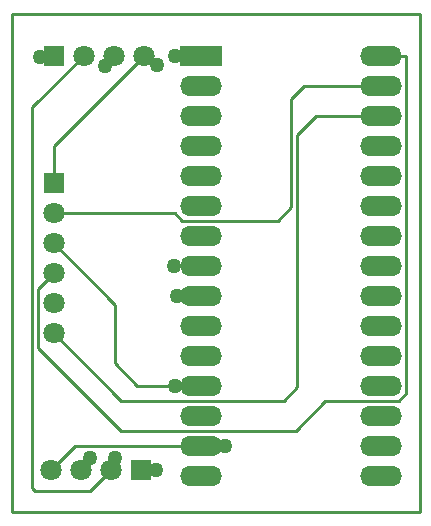
<source format=gbl>
%FSLAX25Y25*%
%MOIN*%
G70*
G01*
G75*
G04 Layer_Physical_Order=2*
G04 Layer_Color=16711680*
%ADD10C,0.01000*%
%ADD11R,0.07087X0.07087*%
%ADD12C,0.07087*%
%ADD13O,0.14000X0.06800*%
%ADD14R,0.14000X0.06800*%
%ADD15R,0.07087X0.07087*%
%ADD16C,0.05000*%
D10*
X383900Y180500D02*
X405000D01*
X465000Y290500D02*
X473500D01*
X356000Y260500D02*
X386000Y290500D01*
X356000Y248000D02*
Y260500D01*
X376400Y188000D02*
X383900Y180500D01*
X376400Y188000D02*
Y207600D01*
X356000Y228000D02*
X376400Y207600D01*
X473500Y178000D02*
Y290500D01*
X471000Y175500D02*
X473500Y178000D01*
X446500Y175500D02*
X471000D01*
X436600Y165600D02*
X446500Y175500D01*
X378300Y165600D02*
X436600D01*
X350900Y193000D02*
X378300Y165600D01*
X350900Y193000D02*
Y212900D01*
X356000Y218000D01*
X368000Y145500D02*
X375000Y152500D01*
X349900Y145500D02*
X368000D01*
X348900Y146500D02*
X349900Y145500D01*
X348900Y146500D02*
Y273400D01*
X366000Y290500D01*
X443500Y270500D02*
X465000D01*
X437000Y264000D02*
X443500Y270500D01*
X437000Y180000D02*
Y264000D01*
X432600Y175600D02*
X437000Y180000D01*
X378400Y175600D02*
X432600D01*
X356000Y198000D02*
X378400Y175600D01*
X439500Y280500D02*
X465000D01*
X435000Y276000D02*
X439500Y280500D01*
X435000Y240000D02*
Y276000D01*
X430600Y235600D02*
X435000Y240000D01*
X398900Y235600D02*
X430600D01*
X396500Y238000D02*
X398900Y235600D01*
X356000Y238000D02*
X396500D01*
X363000Y160500D02*
X405000D01*
X355000Y152500D02*
X363000Y160500D01*
X342000Y138500D02*
X478000D01*
Y304500D01*
X342000D02*
X478000D01*
X342000Y138500D02*
Y304500D01*
D11*
X385000Y152500D02*
D03*
X356000Y290500D02*
D03*
D12*
X375000Y152500D02*
D03*
X365000D02*
D03*
X355000D02*
D03*
X356000Y198000D02*
D03*
Y208000D02*
D03*
Y218000D02*
D03*
Y228000D02*
D03*
Y238000D02*
D03*
X366000Y290500D02*
D03*
X376000D02*
D03*
X386000D02*
D03*
D13*
X465000Y150500D02*
D03*
Y160500D02*
D03*
Y170500D02*
D03*
Y180500D02*
D03*
Y190500D02*
D03*
Y200500D02*
D03*
Y210500D02*
D03*
Y220500D02*
D03*
Y230500D02*
D03*
Y240500D02*
D03*
Y250500D02*
D03*
Y260500D02*
D03*
Y270500D02*
D03*
Y280500D02*
D03*
Y290500D02*
D03*
X405000Y150500D02*
D03*
Y160500D02*
D03*
Y170500D02*
D03*
Y180500D02*
D03*
Y190500D02*
D03*
Y200500D02*
D03*
Y210500D02*
D03*
Y220500D02*
D03*
Y230500D02*
D03*
Y240500D02*
D03*
Y250500D02*
D03*
Y260500D02*
D03*
Y270500D02*
D03*
Y280500D02*
D03*
D14*
Y290500D02*
D03*
D15*
X356000Y248000D02*
D03*
D16*
X373000Y287000D02*
D03*
X376500Y156500D02*
D03*
X396000Y220500D02*
D03*
X397000Y210500D02*
D03*
X368000Y156500D02*
D03*
X390000Y152500D02*
D03*
X396500Y290500D02*
D03*
X351500Y290000D02*
D03*
X390500Y287500D02*
D03*
X396500Y180500D02*
D03*
X413000Y160500D02*
D03*
M02*

</source>
